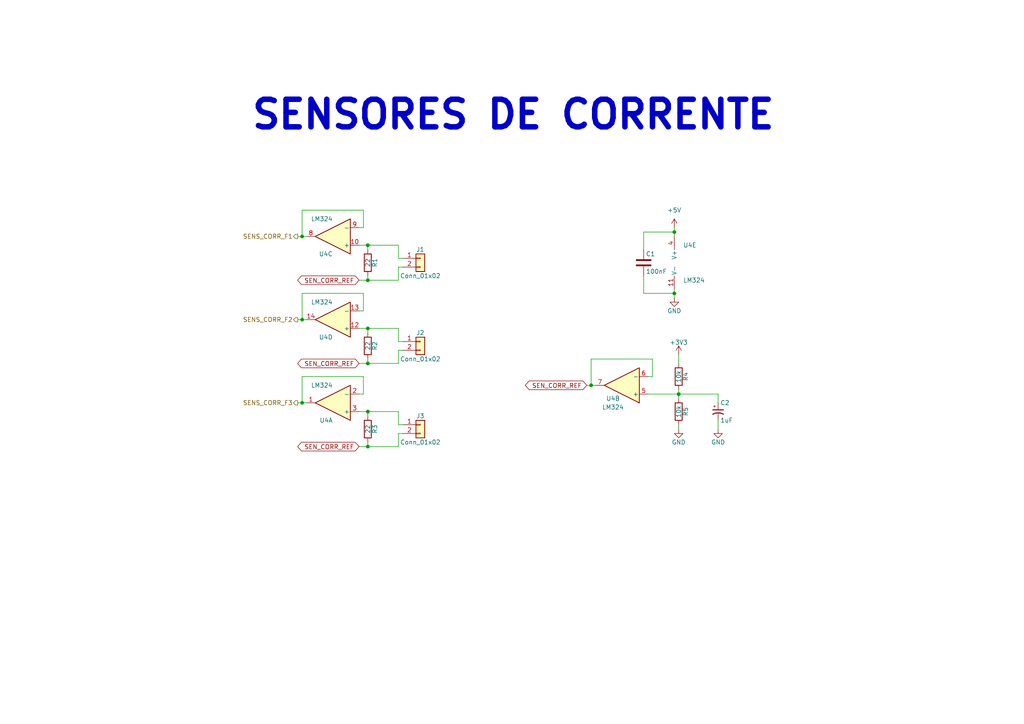
<source format=kicad_sch>
(kicad_sch (version 20211123) (generator eeschema)
  (paper "A4")
  (title_block (title "Monitoramento de potência") (date "2020-07-07") (rev "1.0") (company "Fabiana, Gustavo e Wendel"))
  (lib_symbols
    (symbol "Amplifier_Operational:LM324" (pin_names (offset 0.127))
      (property "Reference" "U" (at 0 5.08 0))
      (property "Value" "LM324" (at 0 -5.08 0))
      (symbol "LM324_1_1"
        (polyline (pts (xy -5.08 5.08) (xy 5.08 0) (xy -5.08 -5.08) (xy -5.08 5.08)) (stroke (width 0.254)) (fill (type background)))
        (pin output line (at 7.62 0 180) (length 2.54) (name "~") (number "1"))
        (pin input line (at -7.62 -2.54 0) (length 2.54) (name "-") (number "2"))
        (pin input line (at -7.62 2.54 0) (length 2.54) (name "+") (number "3"))
      )
      (symbol "LM324_2_1"
        (polyline (pts (xy -5.08 5.08) (xy 5.08 0) (xy -5.08 -5.08) (xy -5.08 5.08)) (stroke (width 0.254)) (fill (type background)))
        (pin input line (at -7.62 2.54 0) (length 2.54) (name "+") (number "5"))
        (pin input line (at -7.62 -2.54 0) (length 2.54) (name "-") (number "6"))
        (pin output line (at 7.62 0 180) (length 2.54) (name "~") (number "7"))
      )
      (symbol "LM324_3_1"
        (polyline (pts (xy -5.08 5.08) (xy 5.08 0) (xy -5.08 -5.08) (xy -5.08 5.08)) (stroke (width 0.254)) (fill (type background)))
        (pin input line (at -7.62 2.54 0) (length 2.54) (name "+") (number "10"))
        (pin output line (at 7.62 0 180) (length 2.54) (name "~") (number "8"))
        (pin input line (at -7.62 -2.54 0) (length 2.54) (name "-") (number "9"))
      )
      (symbol "LM324_4_1"
        (polyline (pts (xy -5.08 5.08) (xy 5.08 0) (xy -5.08 -5.08) (xy -5.08 5.08)) (stroke (width 0.254)) (fill (type background)))
        (pin input line (at -7.62 2.54 0) (length 2.54) (name "+") (number "12"))
        (pin input line (at -7.62 -2.54 0) (length 2.54) (name "-") (number "13"))
        (pin output line (at 7.62 0 180) (length 2.54) (name "~") (number "14"))
      )
      (symbol "LM324_5_1"
        (pin power_in line (at -2.54 -7.62 90) (length 3.81) (name "V-") (number "11"))
        (pin power_in line (at -2.54 7.62 270) (length 3.81) (name "V+") (number "4"))
      )
    )
    (symbol "Connector_Generic:Conn_01x02" (pin_names (offset 1.016) hide)
      (property "Reference" "J" (at 0 2.54 0))
      (property "Value" "Conn_01x02" (at 0 -5.08 0))
      (symbol "Conn_01x02_1_1"
        (rectangle (start -1.27 -2.413) (end 0 -2.667) (stroke (width 0.1524)))
        (rectangle (start -1.27 0.127) (end 0 -0.127) (stroke (width 0.1524)))
        (rectangle (start -1.27 1.27) (end 1.27 -3.81) (stroke (width 0.254)) (fill (type background)))
        (pin passive line (at -5.08 0 0) (length 3.81) (name "Pin_1") (number "1"))
        (pin passive line (at -5.08 -2.54 0) (length 3.81) (name "Pin_2") (number "2"))
      )
    )
    (symbol "Device:C" (pin_numbers hide) (pin_names (offset 0.254))
      (property "Reference" "C" (at 0.635 2.54 0))
      (property "Value" "C" (at 0.635 -2.54 0))
      (symbol "C_0_1"
        (polyline (pts (xy -2.032 -0.762) (xy 2.032 -0.762)) (stroke (width 0.508)))
        (polyline (pts (xy -2.032 0.762) (xy 2.032 0.762)) (stroke (width 0.508)))
      )
      (symbol "C_1_1"
        (pin passive line (at 0 3.81 270) (length 2.794) (name "~") (number "1"))
        (pin passive line (at 0 -3.81 90) (length 2.794) (name "~") (number "2"))
      )
    )
    (symbol "Device:C_Polarized_Small_US" (pin_numbers hide) (pin_names (offset 0.254) hide)
      (property "Reference" "C" (at 0.254 1.778 0))
      (property "Value" "C_Polarized_Small_US" (at 0.254 -2.032 0))
      (symbol "C_Polarized_Small_US_0_1"
        (polyline (pts (xy -1.524 0.508) (xy 1.524 0.508)) (stroke (width 0.3048)))
        (polyline (pts (xy -1.27 1.524) (xy -0.762 1.524)))
        (polyline (pts (xy -1.016 1.27) (xy -1.016 1.778)))
        (arc (start 1.524 -0.762) (mid 0 -0.3734) (end -1.524 -0.762) (stroke (width 0.3048)))
      )
      (symbol "C_Polarized_Small_US_1_1"
        (pin passive line (at 0 2.54 270) (length 2.032) (name "~") (number "1"))
        (pin passive line (at 0 -2.54 90) (length 2.032) (name "~") (number "2"))
      )
    )
    (symbol "Device:R" (pin_numbers hide) (pin_names (offset 0))
      (property "Reference" "R" (at 2.032 0 90))
      (property "Value" "R" (at 0 0 90))
      (symbol "R_0_1"
        (rectangle (start -1.016 -2.54) (end 1.016 2.54) (stroke (width 0.254)))
      )
      (symbol "R_1_1"
        (pin passive line (at 0 3.81 270) (length 1.27) (name "~") (number "1"))
        (pin passive line (at 0 -3.81 90) (length 1.27) (name "~") (number "2"))
      )
    )
    (symbol "power:+3.3V" (power) (pin_names (offset 0))
      (property "Value" "+3.3V" (at 0 3.556 0))
      (symbol "+3.3V_0_1"
        (polyline (pts (xy -0.762 1.27) (xy 0 2.54)))
        (polyline (pts (xy 0 0) (xy 0 2.54)))
        (polyline (pts (xy 0 2.54) (xy 0.762 1.27)))
      )
      (symbol "+3.3V_1_1"
        (pin power_in line (at 0 0 90) (length 0) hide (name "+3V3") (number "1"))
      )
    )
    (symbol "power:+5V" (power) (pin_names (offset 0))
      (property "Value" "+5V" (at 0 3.556 0))
      (symbol "+5V_0_1"
        (polyline (pts (xy -0.762 1.27) (xy 0 2.54)))
        (polyline (pts (xy 0 0) (xy 0 2.54)))
        (polyline (pts (xy 0 2.54) (xy 0.762 1.27)))
      )
      (symbol "+5V_1_1"
        (pin power_in line (at 0 0 90) (length 0) hide (name "+5V") (number "1"))
      )
    )
    (symbol "power:GND" (power) (pin_names (offset 0))
      (property "Value" "GND" (at 0 -3.81 0))
      (symbol "GND_0_1"
        (polyline (pts (xy 0 0) (xy 0 -1.27) (xy 1.27 -1.27) (xy 0 -2.54) (xy -1.27 -1.27) (xy 0 -1.27)))
      )
      (symbol "GND_1_1"
        (pin power_in line (at 0 0 270) (length 0) hide (name "GND") (number "1"))
      )
    )
  )
  (junction (at 106.68 71.12))
  (junction (at 195.58 85.09))
  (junction (at 196.85 114.3))
  (junction (at 106.68 129.54))
  (junction (at 195.58 67.31))
  (junction (at 171.45 111.76))
  (junction (at 87.63 116.84))
  (junction (at 106.68 81.28))
  (junction (at 106.68 95.25))
  (junction (at 87.63 92.71))
  (junction (at 106.68 105.41))
  (junction (at 106.68 119.38))
  (junction (at 87.63 68.58))
  (wire (pts (xy 106.68 129.54) (xy 106.68 128.27)))
  (wire (pts (xy 115.57 74.93) (xy 115.57 71.12)))
  (wire (pts (xy 115.57 119.38) (xy 106.68 119.38)))
  (wire (pts (xy 116.84 125.73) (xy 115.57 125.73)))
  (wire (pts (xy 115.57 101.6) (xy 115.57 105.41)))
  (wire (pts (xy 115.57 105.41) (xy 106.68 105.41)))
  (wire (pts (xy 195.58 83.82) (xy 195.58 85.09)))
  (wire (pts (xy 115.57 123.19) (xy 115.57 119.38)))
  (wire (pts (xy 195.58 66.04) (xy 195.58 67.31)))
  (wire (pts (xy 105.41 90.17) (xy 105.41 85.09)))
  (wire (pts (xy 104.14 90.17) (xy 105.41 90.17)))
  (wire (pts (xy 116.84 74.93) (xy 115.57 74.93)))
  (wire (pts (xy 208.28 121.92) (xy 208.28 124.46)))
  (wire (pts (xy 170.18 111.76) (xy 171.45 111.76)))
  (wire (pts (xy 87.63 109.22) (xy 87.63 116.84)))
  (wire (pts (xy 196.85 123.19) (xy 196.85 124.46)))
  (wire (pts (xy 105.41 60.96) (xy 87.63 60.96)))
  (wire (pts (xy 105.41 109.22) (xy 87.63 109.22)))
  (wire (pts (xy 208.28 114.3) (xy 208.28 116.84)))
  (wire (pts (xy 186.69 67.31) (xy 195.58 67.31)))
  (wire (pts (xy 115.57 81.28) (xy 106.68 81.28)))
  (wire (pts (xy 86.36 116.84) (xy 87.63 116.84)))
  (wire (pts (xy 171.45 104.14) (xy 171.45 111.76)))
  (wire (pts (xy 115.57 95.25) (xy 106.68 95.25)))
  (wire (pts (xy 187.96 109.22) (xy 189.23 109.22)))
  (wire (pts (xy 187.96 114.3) (xy 196.85 114.3)))
  (wire (pts (xy 115.57 77.47) (xy 115.57 81.28)))
  (wire (pts (xy 105.41 85.09) (xy 87.63 85.09)))
  (wire (pts (xy 104.14 119.38) (xy 106.68 119.38)))
  (wire (pts (xy 104.14 66.04) (xy 105.41 66.04)))
  (wire (pts (xy 87.63 116.84) (xy 88.9 116.84)))
  (wire (pts (xy 86.36 92.71) (xy 87.63 92.71)))
  (wire (pts (xy 115.57 125.73) (xy 115.57 129.54)))
  (wire (pts (xy 104.14 81.28) (xy 106.68 81.28)))
  (wire (pts (xy 115.57 71.12) (xy 106.68 71.12)))
  (wire (pts (xy 116.84 77.47) (xy 115.57 77.47)))
  (wire (pts (xy 104.14 71.12) (xy 106.68 71.12)))
  (wire (pts (xy 189.23 104.14) (xy 171.45 104.14)))
  (wire (pts (xy 195.58 85.09) (xy 195.58 86.36)))
  (wire (pts (xy 106.68 95.25) (xy 106.68 96.52)))
  (wire (pts (xy 105.41 66.04) (xy 105.41 60.96)))
  (wire (pts (xy 87.63 92.71) (xy 88.9 92.71)))
  (wire (pts (xy 105.41 114.3) (xy 105.41 109.22)))
  (wire (pts (xy 208.28 114.3) (xy 196.85 114.3)))
  (wire (pts (xy 196.85 102.87) (xy 196.85 105.41)))
  (wire (pts (xy 87.63 85.09) (xy 87.63 92.71)))
  (wire (pts (xy 116.84 101.6) (xy 115.57 101.6)))
  (wire (pts (xy 104.14 105.41) (xy 106.68 105.41)))
  (wire (pts (xy 196.85 114.3) (xy 196.85 115.57)))
  (wire (pts (xy 87.63 68.58) (xy 88.9 68.58)))
  (wire (pts (xy 116.84 99.06) (xy 115.57 99.06)))
  (wire (pts (xy 116.84 123.19) (xy 115.57 123.19)))
  (wire (pts (xy 196.85 113.03) (xy 196.85 114.3)))
  (wire (pts (xy 171.45 111.76) (xy 172.72 111.76)))
  (wire (pts (xy 106.68 71.12) (xy 106.68 72.39)))
  (wire (pts (xy 195.58 67.31) (xy 195.58 68.58)))
  (wire (pts (xy 86.36 68.58) (xy 87.63 68.58)))
  (wire (pts (xy 104.14 129.54) (xy 106.68 129.54)))
  (wire (pts (xy 106.68 119.38) (xy 106.68 120.65)))
  (wire (pts (xy 104.14 95.25) (xy 106.68 95.25)))
  (wire (pts (xy 87.63 60.96) (xy 87.63 68.58)))
  (wire (pts (xy 106.68 81.28) (xy 106.68 80.01)))
  (wire (pts (xy 189.23 109.22) (xy 189.23 104.14)))
  (wire (pts (xy 186.69 72.39) (xy 186.69 67.31)))
  (wire (pts (xy 115.57 129.54) (xy 106.68 129.54)))
  (wire (pts (xy 186.69 80.01) (xy 186.69 85.09)))
  (wire (pts (xy 106.68 105.41) (xy 106.68 104.14)))
  (wire (pts (xy 104.14 114.3) (xy 105.41 114.3)))
  (wire (pts (xy 115.57 99.06) (xy 115.57 95.25)))
  (wire (pts (xy 186.69 85.09) (xy 195.58 85.09)))
  (text "SENSORES DE CORRENTE" (at 72.39 38.1 0) (effects (font (size 8 8) (thickness 1.6) bold) (justify left bottom)))
  (global_label "SEN_CORR_REF" (shape bidirectional) (at 170.18 111.76 180) (property "Intersheet References" "${INTERSHEET_REFS}" (effects hide)))
  (global_label "SEN_CORR_REF" (shape bidirectional) (at 104.14 129.54 180) (property "Intersheet References" "${INTERSHEET_REFS}" (effects hide)))
  (global_label "SEN_CORR_REF" (shape bidirectional) (at 104.14 81.28 180) (property "Intersheet References" "${INTERSHEET_REFS}" (effects hide)))
  (global_label "SEN_CORR_REF" (shape bidirectional) (at 104.14 105.41 180) (property "Intersheet References" "${INTERSHEET_REFS}" (effects hide)))
  (hierarchical_label "SENS_CORR_F1" (shape output) (at 86.36 68.58 180))
  (hierarchical_label "SENS_CORR_F3" (shape output) (at 86.36 116.84 180))
  (hierarchical_label "SENS_CORR_F2" (shape output) (at 86.36 92.71 180))
  (symbol (lib_id "Device:R") (at 196.85 119.38 0) (unit 1)
    (property "Reference" "R5" (at 198.882 119.38 90))
    (property "Value" "10k" (at 196.85 119.38 90))
    (property "Footprint" "Resistor_THT:R_Axial_DIN0207_L6.3mm_D2.5mm_P10.16mm_Horizontal" (effects hide))
  )
  (symbol (lib_id "Device:C_Polarized_Small_US") (at 208.28 119.38 0) (unit 1)
    (property "Reference" "C2" (at 208.915 116.84 0) (effects (justify left)))
    (property "Value" "1uF" (at 208.915 121.92 0) (effects (justify left)))
    (property "Footprint" "Capacitor_THT:CP_Radial_D6.3mm_P2.50mm" (effects hide))
  )
  (symbol (lib_id "Amplifier_Operational:LM324") (at 198.12 76.2 0) (unit 5)
    (property "Reference" "U4" (at 198.12 71.12 0) (effects (justify left)))
    (property "Value" "LM324" (at 198.12 81.28 0) (effects (justify left)))
    (property "Footprint" "Package_DIP:DIP-14_W7.62mm" (effects hide))
    (property "Datasheet" "http://www.ti.com/lit/ds/symlink/lm2902-n.pdf" (effects hide))
  )
  (symbol (lib_id "Device:R") (at 106.68 76.2 0) (unit 1)
    (property "Reference" "R1" (at 108.712 76.2 90))
    (property "Value" "22" (at 106.68 76.2 90))
    (property "Footprint" "Resistor_THT:R_Axial_DIN0207_L6.3mm_D2.5mm_P10.16mm_Horizontal" (effects hide))
  )
  (symbol (lib_id "power:GND") (at 208.28 124.46 0) (unit 1)
    (property "Reference" "#PWR05" (effects hide))
    (property "Value" "GND" (at 208.28 128.27 0))
  )
  (symbol (lib_id "power:GND") (at 195.58 86.36 0) (unit 1)
    (property "Reference" "#PWR02" (effects hide))
    (property "Value" "GND" (at 195.58 90.17 0))
  )
  (symbol (lib_id "power:+5V") (at 195.58 66.04 0) (unit 1)
    (property "Reference" "#PWR01" (effects hide))
    (property "Value" "+5V" (at 195.58 60.96 0))
  )
  (symbol (lib_id "Device:R") (at 196.85 109.22 0) (unit 1)
    (property "Reference" "R4" (at 198.882 109.22 90))
    (property "Value" "10k" (at 196.85 109.22 90))
    (property "Footprint" "Resistor_THT:R_Axial_DIN0207_L6.3mm_D2.5mm_P10.16mm_Horizontal" (effects hide))
  )
  (symbol (lib_id "Amplifier_Operational:LM324") (at 96.52 68.58 180) (unit 3)
    (property "Reference" "U4" (at 96.52 73.66 0) (effects (justify left)))
    (property "Value" "LM324" (at 96.52 63.5 0) (effects (justify left)))
    (property "Footprint" "Package_DIP:DIP-14_W7.62mm" (effects hide))
    (property "Datasheet" "http://www.ti.com/lit/ds/symlink/lm2902-n.pdf" (effects hide))
  )
  (symbol (lib_id "Device:R") (at 106.68 124.46 0) (unit 1)
    (property "Reference" "R3" (at 108.712 124.46 90))
    (property "Value" "22" (at 106.68 124.46 90))
    (property "Footprint" "Resistor_THT:R_Axial_DIN0207_L6.3mm_D2.5mm_P10.16mm_Horizontal" (effects hide))
  )
  (symbol (lib_id "Amplifier_Operational:LM324") (at 96.52 92.71 180) (unit 4)
    (property "Reference" "U4" (at 96.52 97.79 0) (effects (justify left)))
    (property "Value" "LM324" (at 96.52 87.63 0) (effects (justify left)))
    (property "Footprint" "Package_DIP:DIP-14_W7.62mm" (effects hide))
    (property "Datasheet" "http://www.ti.com/lit/ds/symlink/lm2902-n.pdf" (effects hide))
  )
  (symbol (lib_id "Connector_Generic:Conn_01x02") (at 121.92 123.19 0) (unit 1)
    (property "Reference" "J3" (at 121.92 120.65 0))
    (property "Value" "Conn_01x02" (at 121.92 128.27 0))
    (property "Footprint" "TerminalBlock:TerminalBlock_bornier-2_P5.08mm" (effects hide))
  )
  (symbol (lib_id "power:+3.3V") (at 196.85 102.87 0) (unit 1)
    (property "Reference" "#PWR03" (effects hide))
    (property "Value" "+3.3V" (at 196.85 99.314 0))
  )
  (symbol (lib_id "Device:C") (at 186.69 76.2 0) (unit 1)
    (property "Reference" "C1" (at 187.325 73.66 0) (effects (justify left)))
    (property "Value" "100nF" (at 187.325 78.74 0) (effects (justify left)))
    (property "Footprint" "Capacitor_THT:C_Rect_L7.0mm_W2.0mm_P5.00mm" (effects hide))
  )
  (symbol (lib_id "Amplifier_Operational:LM324") (at 180.34 111.76 180) (unit 2)
    (property "Reference" "U4" (at 177.8 115.57 0))
    (property "Value" "LM324" (at 177.8 118.11 0))
    (property "Footprint" "Package_DIP:DIP-14_W7.62mm" (effects hide))
    (property "Datasheet" "http://www.ti.com/lit/ds/symlink/lm2902-n.pdf" (effects hide))
  )
  (symbol (lib_id "Amplifier_Operational:LM324") (at 96.52 116.84 180) (unit 1)
    (property "Reference" "U4" (at 96.52 121.92 0) (effects (justify left)))
    (property "Value" "LM324" (at 96.52 111.76 0) (effects (justify left)))
    (property "Footprint" "Package_DIP:DIP-14_W7.62mm" (effects hide))
    (property "Datasheet" "http://www.ti.com/lit/ds/symlink/lm2902-n.pdf" (effects hide))
  )
  (symbol (lib_id "Device:R") (at 106.68 100.33 0) (mirror x) (unit 1)
    (property "Reference" "R2" (at 108.712 100.33 90))
    (property "Value" "22" (at 106.68 100.33 90))
    (property "Footprint" "Resistor_THT:R_Axial_DIN0207_L6.3mm_D2.5mm_P10.16mm_Horizontal" (effects hide))
  )
  (symbol (lib_id "Connector_Generic:Conn_01x02") (at 121.92 74.93 0) (unit 1)
    (property "Reference" "J1" (at 121.92 72.39 0))
    (property "Value" "Conn_01x02" (at 121.92 80.01 0))
    (property "Footprint" "TerminalBlock:TerminalBlock_bornier-2_P5.08mm" (effects hide))
  )
  (symbol (lib_id "power:GND") (at 196.85 124.46 0) (unit 1)
    (property "Reference" "#PWR04" (effects hide))
    (property "Value" "GND" (at 196.85 128.27 0))
  )
  (symbol (lib_id "Connector_Generic:Conn_01x02") (at 121.92 99.06 0) (unit 1)
    (property "Reference" "J2" (at 121.92 96.52 0))
    (property "Value" "Conn_01x02" (at 121.92 104.14 0))
    (property "Footprint" "TerminalBlock:TerminalBlock_bornier-2_P5.08mm" (effects hide))
  )
)
</source>
